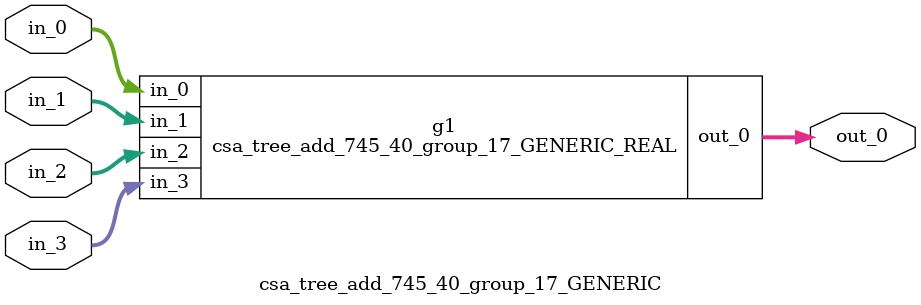
<source format=v>
module csa_tree_add_745_40_group_17_GENERIC_REAL(in_0, in_1, in_2,
     in_3, out_0);
// synthesis_equation "assign out_0 = ( ( ( in_2 + in_3 )  + in_1 )  + in_0 )  ;"
  input [5:0] in_0, in_1, in_2, in_3;
  output [7:0] out_0;
  wire [5:0] in_0, in_1, in_2, in_3;
  wire [7:0] out_0;
  wire n_34, n_35, n_36, n_37, n_38, n_39, n_40, n_42;
  wire n_43, n_44, n_45, n_46, n_47, n_48, n_49, n_50;
  wire n_51, n_52, n_53, n_54, n_55, n_56, n_57, n_58;
  wire n_59, n_60, n_61, n_62, n_63, n_64, n_65, n_66;
  wire n_67, n_68, n_69, n_70, n_71, n_72, n_73, n_74;
  wire n_75, n_76, n_77, n_78, n_79, n_80, n_81, n_82;
  wire n_83, n_84, n_85, n_86, n_87, n_88, n_89, n_90;
  wire n_91, n_92, n_93, n_94, n_95, n_96, n_97, n_98;
  wire n_99, n_100, n_101, n_102, n_103, n_104, n_105, n_106;
  wire n_107, n_108, n_109, n_110, n_111, n_112, n_113, n_114;
  wire n_115, n_116, n_117, n_118, n_119, n_120, n_121, n_122;
  wire n_123, n_124, n_125, n_126;
  xor g1 (n_48, in_0[0], in_3[0]);
  and g12 (n_39, in_0[0], in_3[0]);
  xor g13 (n_50, in_0[1], in_1[1]);
  and g2 (n_51, in_0[1], in_1[1]);
  xor g14 (n_49, in_3[1], in_2[1]);
  xor g15 (n_47, n_49, n_50);
  nand g3 (n_59, in_3[1], in_2[1]);
  nand g16 (n_60, n_50, in_2[1]);
  nand g17 (n_61, in_3[1], n_50);
  nand g18 (n_38, n_59, n_60, n_61);
  xor g19 (n_62, in_0[2], in_1[2]);
  xor g20 (n_52, n_62, in_3[2]);
  nand g21 (n_63, in_0[2], in_1[2]);
  nand g4 (n_64, in_3[2], in_1[2]);
  nand g22 (n_65, in_0[2], in_3[2]);
  nand g23 (n_53, n_63, n_64, n_65);
  xor g24 (n_66, in_2[2], n_51);
  xor g25 (n_46, n_66, n_52);
  nand g26 (n_67, in_2[2], n_51);
  nand g27 (n_68, n_52, n_51);
  nand g5 (n_69, in_2[2], n_52);
  nand g28 (n_37, n_67, n_68, n_69);
  xor g29 (n_70, in_0[3], in_1[3]);
  xor g30 (n_54, n_70, in_3[3]);
  nand g31 (n_71, in_0[3], in_1[3]);
  nand g32 (n_72, in_3[3], in_1[3]);
  nand g33 (n_73, in_0[3], in_3[3]);
  nand g6 (n_55, n_71, n_72, n_73);
  xor g34 (n_74, in_2[3], n_53);
  xor g35 (n_45, n_74, n_54);
  nand g36 (n_75, in_2[3], n_53);
  nand g37 (n_76, n_54, n_53);
  nand g38 (n_77, in_2[3], n_54);
  nand g39 (n_36, n_75, n_76, n_77);
  xor g40 (n_78, in_0[4], in_1[4]);
  xor g41 (n_56, n_78, in_3[4]);
  nand g42 (n_79, in_0[4], in_1[4]);
  nand g43 (n_80, in_3[4], in_1[4]);
  nand g44 (n_81, in_0[4], in_3[4]);
  nand g45 (n_57, n_79, n_80, n_81);
  xor g46 (n_82, in_2[4], n_55);
  xor g47 (n_44, n_82, n_56);
  nand g48 (n_83, in_2[4], n_55);
  nand g49 (n_84, n_56, n_55);
  nand g50 (n_85, in_2[4], n_56);
  nand g51 (n_35, n_83, n_84, n_85);
  xor g52 (n_86, in_0[5], in_1[5]);
  xor g53 (n_58, n_86, in_3[5]);
  nand g54 (n_87, in_0[5], in_1[5]);
  nand g55 (n_88, in_3[5], in_1[5]);
  nand g56 (n_89, in_0[5], in_3[5]);
  nand g57 (n_34, n_87, n_88, n_89);
  xor g58 (n_90, in_2[5], n_57);
  xor g59 (n_43, n_90, n_58);
  nand g60 (n_91, in_2[5], n_57);
  nand g61 (n_92, n_58, n_57);
  nand g62 (n_93, in_2[5], n_58);
  nand g63 (n_42, n_91, n_92, n_93);
  nand g64 (n_94, in_1[0], n_48);
  nand g65 (n_95, in_1[0], in_2[0]);
  nand g66 (n_96, n_48, in_2[0]);
  nand g67 (n_98, n_94, n_95, n_96);
  xor g68 (n_97, in_1[0], n_48);
  xor g69 (out_0[0], in_2[0], n_97);
  nand g7 (n_99, n_39, n_47);
  nand g8 (n_100, n_39, n_98);
  nand g9 (n_101, n_47, n_98);
  nand g10 (n_103, n_99, n_100, n_101);
  xor g11 (n_102, n_39, n_47);
  xor g70 (out_0[1], n_98, n_102);
  nand g71 (n_104, n_38, n_46);
  nand g72 (n_105, n_38, n_103);
  nand g73 (n_106, n_46, n_103);
  nand g74 (n_40, n_104, n_105, n_106);
  xor g75 (n_107, n_38, n_46);
  xor g76 (out_0[2], n_103, n_107);
  nand g77 (n_108, n_37, n_45);
  nand g78 (n_109, n_37, n_40);
  nand g79 (n_110, n_45, n_40);
  nand g80 (n_112, n_108, n_109, n_110);
  xor g81 (n_111, n_37, n_45);
  xor g82 (out_0[3], n_40, n_111);
  nand g83 (n_113, n_36, n_44);
  nand g84 (n_114, n_36, n_112);
  nand g85 (n_115, n_44, n_112);
  nand g86 (n_117, n_113, n_114, n_115);
  xor g87 (n_116, n_36, n_44);
  xor g88 (out_0[4], n_112, n_116);
  nand g89 (n_118, n_35, n_43);
  nand g90 (n_119, n_35, n_117);
  nand g91 (n_120, n_43, n_117);
  nand g92 (n_122, n_118, n_119, n_120);
  xor g93 (n_121, n_35, n_43);
  xor g94 (out_0[5], n_117, n_121);
  nand g95 (n_123, n_34, n_42);
  nand g96 (n_124, n_34, n_122);
  nand g97 (n_125, n_42, n_122);
  nand g98 (out_0[7], n_123, n_124, n_125);
  xor g99 (n_126, n_34, n_42);
  xor g100 (out_0[6], n_122, n_126);
endmodule

module csa_tree_add_745_40_group_17_GENERIC(in_0, in_1, in_2, in_3,
     out_0);
  input [5:0] in_0, in_1, in_2, in_3;
  output [7:0] out_0;
  wire [5:0] in_0, in_1, in_2, in_3;
  wire [7:0] out_0;
  csa_tree_add_745_40_group_17_GENERIC_REAL g1(.in_0 (in_0), .in_1
       (in_1), .in_2 (in_2), .in_3 (in_3), .out_0 (out_0));
endmodule


</source>
